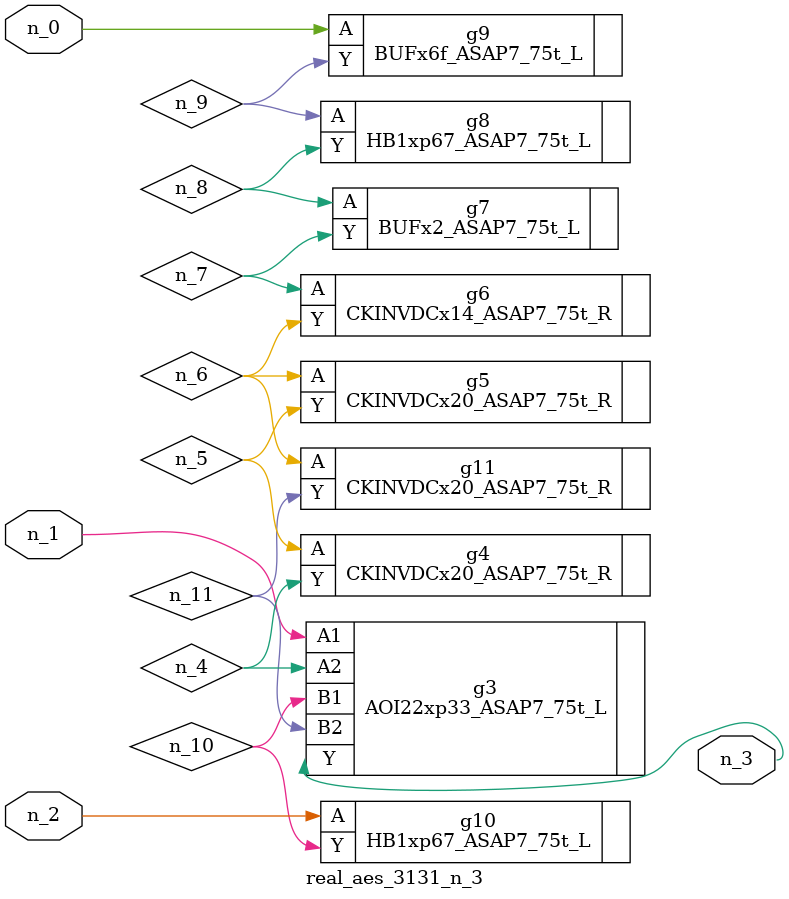
<source format=v>
module real_aes_3131_n_3 (n_0, n_2, n_1, n_3);
input n_0;
input n_2;
input n_1;
output n_3;
wire n_4;
wire n_5;
wire n_7;
wire n_8;
wire n_6;
wire n_9;
wire n_10;
wire n_11;
BUFx6f_ASAP7_75t_L g9 ( .A(n_0), .Y(n_9) );
AOI22xp33_ASAP7_75t_L g3 ( .A1(n_1), .A2(n_4), .B1(n_10), .B2(n_11), .Y(n_3) );
HB1xp67_ASAP7_75t_L g10 ( .A(n_2), .Y(n_10) );
CKINVDCx20_ASAP7_75t_R g4 ( .A(n_5), .Y(n_4) );
CKINVDCx20_ASAP7_75t_R g5 ( .A(n_6), .Y(n_5) );
CKINVDCx20_ASAP7_75t_R g11 ( .A(n_6), .Y(n_11) );
CKINVDCx14_ASAP7_75t_R g6 ( .A(n_7), .Y(n_6) );
BUFx2_ASAP7_75t_L g7 ( .A(n_8), .Y(n_7) );
HB1xp67_ASAP7_75t_L g8 ( .A(n_9), .Y(n_8) );
endmodule
</source>
